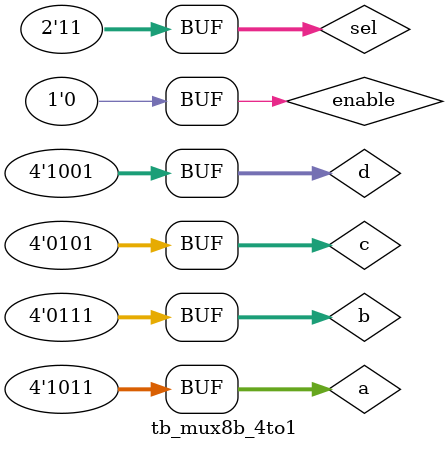
<source format=v>
module tb_mux8b_4to1();
	reg [3:0] a, b, c, d;
	reg [1:0] sel;
	reg enable;
	wire [3:0] out;
	
	mux8b_4to1 U0 (a, b, c, d, sel, enable, out);
	
	initial begin
				a = 4'b0001; b = 4'b0010; c = 4'b0100; d = 4'b1000;
		#20	a = 4'b0010; b = 4'b0011; c = 4'b0101; d = 4'b1110;
		#20	a = 4'b1101; b = 4'b1000; c = 4'b1110; d = 4'b1001;
		#20	a = 4'b1111; b = 4'b1010; c = 4'b0110; d = 4'b1111;
		#20	a = 4'b0011; b = 4'b1110; c = 4'b0101; d = 4'b1010;
		#20	a = 4'b1001; b = 4'b0011; c = 4'b1100; d = 4'b1110;
		#20	a = 4'b1011; b = 4'b0111; c = 4'b0101; d = 4'b1001;
	end
	
	initial begin
			sel = 2'b00;
	#20	sel = 2'b01;
	#30	sel = 2'b10;
	#40	sel = 2'b11;
	end
	
	initial begin
			enable = 1'b1;
	#10	enable = 1'b0;
	end
endmodule
</source>
